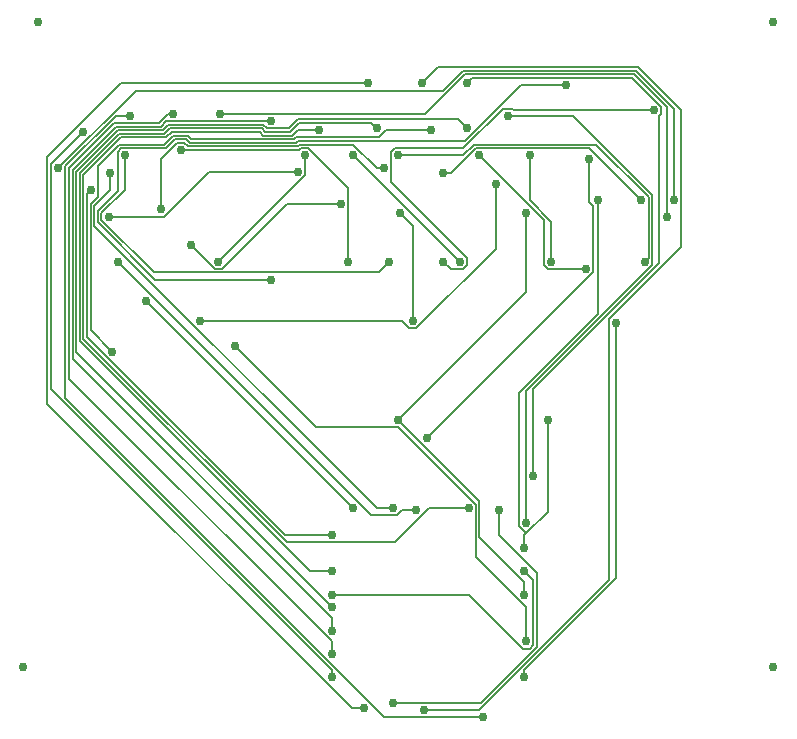
<source format=gbr>
G04 EAGLE Gerber RS-274X export*
G75*
%MOMM*%
%FSLAX34Y34*%
%LPD*%
%INBottom Copper*%
%IPPOS*%
%AMOC8*
5,1,8,0,0,1.08239X$1,22.5*%
G01*
%ADD10C,0.152400*%
%ADD11C,0.756400*%


D10*
X542544Y225552D02*
X542544Y246888D01*
X542544Y225552D02*
X574548Y193548D01*
X574548Y131064D01*
X527304Y83820D01*
X452628Y83820D01*
D11*
X542544Y246888D03*
X452628Y83820D03*
D10*
X400812Y175260D02*
X516636Y175260D01*
X562356Y129540D01*
X568452Y129540D01*
X571500Y132588D01*
X571500Y187452D01*
X563880Y195072D01*
D11*
X400812Y175260D03*
X563880Y195072D03*
D10*
X484632Y568452D02*
X446532Y568452D01*
X440436Y562356D01*
X370332Y562356D01*
X368808Y560832D01*
X281940Y560832D01*
X278892Y563880D01*
X266700Y563880D01*
X259080Y556260D01*
X220980Y556260D01*
X202692Y537972D01*
X202692Y512064D01*
X196596Y505968D01*
X196596Y399288D01*
X214884Y381000D01*
D11*
X484632Y568452D03*
X214884Y381000D03*
D10*
X460248Y246888D02*
X472440Y246888D01*
X460248Y246888D02*
X455676Y242316D01*
X434340Y242316D01*
X219456Y457200D01*
D11*
X472440Y246888D03*
X219456Y457200D03*
D10*
X306324Y582168D02*
X480060Y582168D01*
X513588Y615696D01*
X656844Y615696D01*
X684276Y588264D01*
X684276Y495300D01*
D11*
X306324Y582168D03*
X684276Y495300D03*
D10*
X400812Y225552D02*
X361188Y225552D01*
X193548Y393192D01*
X193548Y515112D01*
X196596Y518160D01*
D11*
X400812Y225552D03*
X196596Y518160D03*
D10*
X438912Y248412D02*
X452628Y248412D01*
X438912Y248412D02*
X199644Y487680D01*
X199644Y504444D01*
X213360Y518160D01*
X213360Y531876D01*
D11*
X452628Y248412D03*
X213360Y531876D03*
D10*
X243840Y423672D02*
X419100Y248412D01*
D11*
X419100Y248412D03*
X243840Y423672D03*
D10*
X481584Y307848D02*
X621792Y448056D01*
X621792Y504444D01*
X618744Y507492D01*
X618744Y544068D01*
D11*
X481584Y307848D03*
X618744Y544068D03*
D10*
X234696Y601980D02*
X169164Y536448D01*
X234696Y601980D02*
X495300Y601980D01*
X512064Y618744D01*
X658368Y618744D01*
X690372Y586740D01*
X690372Y509016D01*
D11*
X169164Y536448D03*
X690372Y509016D03*
D10*
X400812Y164592D02*
X184404Y381000D01*
X184404Y533400D01*
X219456Y568452D01*
X257556Y568452D01*
X262128Y573024D01*
X342900Y573024D01*
X345948Y569976D01*
X364236Y569976D01*
X371856Y577596D01*
X507492Y577596D01*
X515112Y569976D01*
D11*
X400812Y164592D03*
X515112Y569976D03*
D10*
X400812Y195072D02*
X382524Y195072D01*
X187452Y390144D01*
X187452Y531876D01*
X220980Y565404D01*
X259080Y565404D01*
X263652Y569976D01*
X341376Y569976D01*
X344424Y566928D01*
X365760Y566928D01*
X373380Y574548D01*
X434340Y574548D01*
X438912Y569976D01*
D11*
X400812Y195072D03*
X438912Y569976D03*
D10*
X483108Y248412D02*
X516636Y248412D01*
X483108Y248412D02*
X454152Y219456D01*
X362712Y219456D01*
X190500Y391668D01*
X190500Y530352D01*
X222504Y562356D01*
X260604Y562356D01*
X265176Y566928D01*
X339852Y566928D01*
X342900Y563880D01*
X367284Y563880D01*
X371856Y568452D01*
X390144Y568452D01*
D11*
X516636Y248412D03*
X390144Y568452D03*
D10*
X419100Y547116D02*
X509016Y457200D01*
D11*
X419100Y547116D03*
X509016Y457200D03*
D10*
X512064Y547116D02*
X457200Y547116D01*
X512064Y547116D02*
X521208Y556260D01*
X624840Y556260D01*
X669036Y512064D01*
X669036Y460248D01*
X665988Y457200D01*
D11*
X457200Y547116D03*
X665988Y457200D03*
D10*
X580644Y492252D02*
X525780Y547116D01*
X580644Y492252D02*
X580644Y454152D01*
X583692Y451104D01*
X615696Y451104D01*
D11*
X525780Y547116D03*
X615696Y451104D03*
D10*
X568452Y509016D02*
X568452Y547116D01*
X568452Y509016D02*
X586740Y490728D01*
X586740Y457200D01*
D11*
X568452Y547116D03*
X586740Y457200D03*
D10*
X528828Y71628D02*
X445008Y71628D01*
X175260Y341376D01*
X175260Y537972D01*
X217932Y580644D01*
X230124Y580644D01*
D11*
X528828Y71628D03*
X230124Y580644D03*
D10*
X400812Y111252D02*
X400812Y105156D01*
X400812Y111252D02*
X163068Y348996D01*
X163068Y539496D01*
X190500Y566928D01*
D11*
X400812Y105156D03*
X190500Y566928D03*
D10*
X400812Y135636D02*
X400812Y124968D01*
X400812Y135636D02*
X178308Y358140D01*
X178308Y536448D01*
X216408Y574548D01*
X254508Y574548D01*
X262128Y582168D01*
X266700Y582168D01*
D11*
X400812Y124968D03*
X266700Y582168D03*
D10*
X400812Y155448D02*
X400812Y144780D01*
X400812Y155448D02*
X181356Y374904D01*
X181356Y534924D01*
X217932Y571500D01*
X256032Y571500D01*
X260604Y576072D01*
X348996Y576072D01*
D11*
X400812Y144780D03*
X348996Y576072D03*
D10*
X377952Y547116D02*
X377952Y530352D01*
X304800Y457200D01*
D11*
X377952Y547116D03*
X304800Y457200D03*
D10*
X272796Y551688D02*
X373380Y551688D01*
X374904Y553212D01*
X381000Y553212D01*
X414528Y519684D01*
X414528Y457200D01*
D11*
X272796Y551688D03*
X414528Y457200D03*
D10*
X225552Y518160D02*
X225552Y547116D01*
X225552Y518160D02*
X205740Y498348D01*
X205740Y492252D01*
X249936Y448056D01*
X440436Y448056D01*
X449580Y457200D01*
D11*
X225552Y547116D03*
X449580Y457200D03*
D10*
X554736Y585216D02*
X673608Y585216D01*
X554736Y585216D02*
X553212Y586740D01*
X545592Y586740D01*
X512064Y553212D01*
X454152Y553212D01*
X451104Y550164D01*
X451104Y524256D01*
X515112Y460248D01*
X515112Y454152D01*
X512064Y451104D01*
X501396Y451104D01*
X495300Y457200D01*
D11*
X673608Y585216D03*
X495300Y457200D03*
D10*
X428244Y79248D02*
X417576Y79248D01*
X160020Y336804D01*
X160020Y545592D01*
X222504Y608076D01*
X431292Y608076D01*
D11*
X428244Y79248D03*
X431292Y608076D03*
D10*
X478536Y77724D02*
X525780Y77724D01*
X635508Y187452D01*
X635508Y408432D01*
X696468Y469392D01*
X696468Y585216D01*
X659892Y621792D01*
X490728Y621792D01*
X477012Y608076D01*
D11*
X478536Y77724D03*
X477012Y608076D03*
D10*
X571500Y348996D02*
X571500Y275844D01*
X571500Y348996D02*
X678180Y455676D01*
X678180Y580644D01*
X679704Y582168D01*
X679704Y588264D01*
X655320Y612648D01*
X519684Y612648D01*
X515112Y608076D01*
D11*
X571500Y275844D03*
X515112Y608076D03*
D10*
X565404Y347472D02*
X565404Y236220D01*
X565404Y347472D02*
X672084Y454152D01*
X672084Y513588D01*
X605028Y580644D01*
X550164Y580644D01*
D11*
X565404Y236220D03*
X550164Y580644D03*
D10*
X560832Y606552D02*
X598932Y606552D01*
X560832Y606552D02*
X513588Y559308D01*
X371856Y559308D01*
X370332Y557784D01*
X280416Y557784D01*
X277368Y560832D01*
X268224Y560832D01*
X260604Y553212D01*
X222504Y553212D01*
X219456Y550164D01*
X219456Y516636D01*
X202692Y499872D01*
X202692Y490728D01*
X251460Y441960D01*
X348996Y441960D01*
D11*
X598932Y606552D03*
X348996Y441960D03*
D10*
X371856Y533400D02*
X297180Y533400D01*
X259080Y495300D01*
X211836Y495300D01*
D11*
X371856Y533400D03*
X211836Y495300D03*
D10*
X495300Y531876D02*
X501396Y531876D01*
X522732Y553212D01*
X618744Y553212D01*
X662940Y509016D01*
D11*
X495300Y531876D03*
X662940Y509016D03*
D10*
X563880Y225552D02*
X563880Y214884D01*
X565404Y227076D02*
X583692Y245364D01*
X565404Y227076D02*
X563880Y225552D01*
X583692Y245364D02*
X583692Y323088D01*
X626364Y413004D02*
X626364Y509016D01*
X626364Y413004D02*
X559308Y345948D01*
X559308Y233172D01*
X565404Y227076D01*
D11*
X563880Y214884D03*
X583692Y323088D03*
X626364Y509016D03*
D10*
X563880Y185928D02*
X563880Y175260D01*
X563880Y185928D02*
X525780Y224028D01*
X525780Y254508D01*
X457200Y323088D01*
X565404Y431292D02*
X565404Y498348D01*
X565404Y431292D02*
X457200Y323088D01*
D11*
X563880Y175260D03*
X457200Y323088D03*
X565404Y498348D03*
D10*
X563880Y111252D02*
X563880Y105156D01*
X563880Y111252D02*
X641604Y188976D01*
X641604Y405384D01*
D11*
X563880Y105156D03*
X641604Y405384D03*
D10*
X460248Y406908D02*
X289560Y406908D01*
X460248Y406908D02*
X466344Y400812D01*
X472440Y400812D01*
X539496Y467868D01*
X539496Y522732D01*
D11*
X289560Y406908D03*
X539496Y522732D03*
D10*
X408432Y505968D02*
X362712Y505968D01*
X307848Y451104D01*
X301752Y451104D01*
X281940Y470916D01*
D11*
X408432Y505968D03*
X281940Y470916D03*
D10*
X469392Y487680D02*
X469392Y406908D01*
X469392Y487680D02*
X458724Y498348D01*
D11*
X469392Y406908D03*
X458724Y498348D03*
D10*
X445008Y536448D02*
X438912Y536448D01*
X419100Y556260D01*
X373380Y556260D01*
X371856Y554736D01*
X278892Y554736D01*
X275844Y557784D01*
X269748Y557784D01*
X256032Y544068D01*
X256032Y501396D01*
D11*
X445008Y536448D03*
X256032Y501396D03*
D10*
X565404Y164592D02*
X565404Y135636D01*
X565404Y164592D02*
X522732Y207264D01*
X522732Y251460D01*
X457200Y316992D01*
X387096Y316992D01*
X318516Y385572D01*
D11*
X565404Y135636D03*
X318516Y385572D03*
X152400Y660400D03*
X774700Y660400D03*
X139700Y114300D03*
X774700Y114300D03*
M02*

</source>
